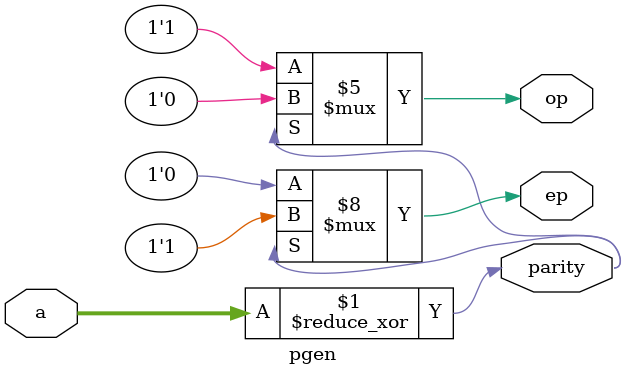
<source format=v>
module pgen(a, parity, ep, op);

input [7:0]a;
output parity;
output reg ep, op;
wire w0, w1, w2, w3, w4, w5;

/*xor xor_0(w0, a[0], a[1]);
xor xor_1(w1, w0, a[2]);
xor xor_2(w2, w1, a[3]);
xor xor_3(w3, w2, a[4]);
xor xor_4(w4, w3, a[5]);
xor xor_5(w5, w4, a[6]);
xor xor_6(parity, w5, a[7]);
*/
assign parity = ^a;
always@(*)
begin
  
if (parity == 0) begin
	ep = 1'b0;
	op = 1'b1;
end

else begin
  ep = 1'b1;
  op = 1'b0;
end

end
endmodule
</source>
